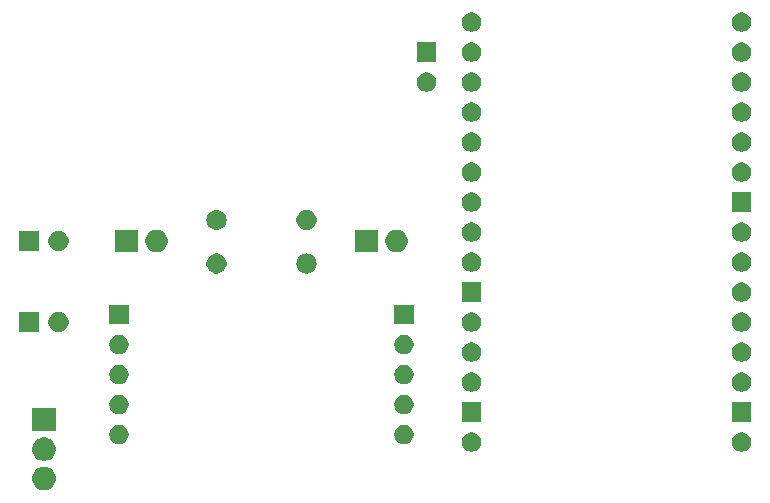
<source format=gts>
G04 #@! TF.GenerationSoftware,KiCad,Pcbnew,5.0.2-bee76a0~70~ubuntu18.04.1*
G04 #@! TF.CreationDate,2019-03-11T12:10:11+07:00*
G04 #@! TF.ProjectId,TestNodeMcu,54657374-4e6f-4646-954d-63752e6b6963,rev?*
G04 #@! TF.SameCoordinates,Original*
G04 #@! TF.FileFunction,Soldermask,Top*
G04 #@! TF.FilePolarity,Negative*
%FSLAX45Y45*%
G04 Gerber Fmt 4.5, Leading zero omitted, Abs format (unit mm)*
G04 Created by KiCad (PCBNEW 5.0.2-bee76a0~70~ubuntu18.04.1) date Thứ hai, 11 Tháng 3 Năm 2019 12:10:11 +07*
%MOMM*%
%LPD*%
G01*
G04 APERTURE LIST*
%ADD10C,0.100000*%
G04 APERTURE END LIST*
D10*
G36*
X11776698Y-12151247D02*
X11794915Y-12158792D01*
X11811310Y-12169747D01*
X11825252Y-12183690D01*
X11836207Y-12200085D01*
X11843753Y-12218302D01*
X11847600Y-12237641D01*
X11847600Y-12257359D01*
X11843753Y-12276698D01*
X11836207Y-12294915D01*
X11825252Y-12311310D01*
X11811310Y-12325252D01*
X11794915Y-12336207D01*
X11776698Y-12343753D01*
X11757359Y-12347600D01*
X11737641Y-12347600D01*
X11718302Y-12343753D01*
X11700085Y-12336207D01*
X11683690Y-12325252D01*
X11669747Y-12311310D01*
X11658792Y-12294915D01*
X11651247Y-12276698D01*
X11647400Y-12257359D01*
X11647400Y-12237641D01*
X11651247Y-12218302D01*
X11658792Y-12200085D01*
X11669747Y-12183690D01*
X11683690Y-12169747D01*
X11700085Y-12158792D01*
X11718302Y-12151247D01*
X11737641Y-12147400D01*
X11757359Y-12147400D01*
X11776698Y-12151247D01*
X11776698Y-12151247D01*
G37*
G36*
X11776698Y-11901247D02*
X11794915Y-11908792D01*
X11811310Y-11919747D01*
X11825252Y-11933690D01*
X11836207Y-11950085D01*
X11843753Y-11968302D01*
X11847600Y-11987641D01*
X11847600Y-12007359D01*
X11843753Y-12026698D01*
X11836207Y-12044915D01*
X11825252Y-12061310D01*
X11811310Y-12075252D01*
X11794915Y-12086207D01*
X11776698Y-12093753D01*
X11757359Y-12097600D01*
X11737641Y-12097600D01*
X11718302Y-12093753D01*
X11700085Y-12086207D01*
X11683690Y-12075252D01*
X11669747Y-12061310D01*
X11658792Y-12044915D01*
X11651247Y-12026698D01*
X11647400Y-12007359D01*
X11647400Y-11987641D01*
X11651247Y-11968302D01*
X11658792Y-11950085D01*
X11669747Y-11933690D01*
X11683690Y-11919747D01*
X11700085Y-11908792D01*
X11718302Y-11901247D01*
X11737641Y-11897400D01*
X11757359Y-11897400D01*
X11776698Y-11901247D01*
X11776698Y-11901247D01*
G37*
G36*
X15390714Y-11859824D02*
X15405510Y-11865953D01*
X15418826Y-11874850D01*
X15430150Y-11886174D01*
X15439047Y-11899490D01*
X15445176Y-11914286D01*
X15448300Y-11929992D01*
X15448300Y-11946007D01*
X15445176Y-11961714D01*
X15442447Y-11968302D01*
X15439047Y-11976510D01*
X15431610Y-11987641D01*
X15430150Y-11989826D01*
X15418826Y-12001150D01*
X15405510Y-12010047D01*
X15390714Y-12016176D01*
X15375007Y-12019300D01*
X15358992Y-12019300D01*
X15343286Y-12016176D01*
X15328490Y-12010047D01*
X15315174Y-12001150D01*
X15303850Y-11989826D01*
X15302390Y-11987641D01*
X15294953Y-11976510D01*
X15291553Y-11968302D01*
X15288824Y-11961714D01*
X15285700Y-11946007D01*
X15285700Y-11929992D01*
X15288824Y-11914286D01*
X15294953Y-11899490D01*
X15303850Y-11886174D01*
X15315174Y-11874850D01*
X15328490Y-11865953D01*
X15343286Y-11859824D01*
X15358992Y-11856700D01*
X15375007Y-11856700D01*
X15390714Y-11859824D01*
X15390714Y-11859824D01*
G37*
G36*
X17676714Y-11859824D02*
X17691510Y-11865953D01*
X17704826Y-11874850D01*
X17716150Y-11886174D01*
X17725047Y-11899490D01*
X17731176Y-11914286D01*
X17734300Y-11929992D01*
X17734300Y-11946007D01*
X17731176Y-11961714D01*
X17728447Y-11968302D01*
X17725047Y-11976510D01*
X17717610Y-11987641D01*
X17716150Y-11989826D01*
X17704826Y-12001150D01*
X17691510Y-12010047D01*
X17676714Y-12016176D01*
X17661008Y-12019300D01*
X17644993Y-12019300D01*
X17629286Y-12016176D01*
X17614490Y-12010047D01*
X17601174Y-12001150D01*
X17589850Y-11989826D01*
X17588390Y-11987641D01*
X17580953Y-11976510D01*
X17577553Y-11968302D01*
X17574824Y-11961714D01*
X17571700Y-11946007D01*
X17571700Y-11929992D01*
X17574824Y-11914286D01*
X17580953Y-11899490D01*
X17589850Y-11886174D01*
X17601174Y-11874850D01*
X17614490Y-11865953D01*
X17629286Y-11859824D01*
X17644993Y-11856700D01*
X17661008Y-11856700D01*
X17676714Y-11859824D01*
X17676714Y-11859824D01*
G37*
G36*
X12406214Y-11796324D02*
X12421010Y-11802453D01*
X12434326Y-11811350D01*
X12445650Y-11822674D01*
X12454547Y-11835990D01*
X12460676Y-11850786D01*
X12463800Y-11866492D01*
X12463800Y-11882507D01*
X12460676Y-11898214D01*
X12454547Y-11913010D01*
X12445650Y-11926326D01*
X12434326Y-11937650D01*
X12421010Y-11946547D01*
X12406214Y-11952676D01*
X12390507Y-11955800D01*
X12374492Y-11955800D01*
X12358786Y-11952676D01*
X12343990Y-11946547D01*
X12330674Y-11937650D01*
X12319350Y-11926326D01*
X12310453Y-11913010D01*
X12304324Y-11898214D01*
X12301200Y-11882507D01*
X12301200Y-11866492D01*
X12304324Y-11850786D01*
X12310453Y-11835990D01*
X12319350Y-11822674D01*
X12330674Y-11811350D01*
X12343990Y-11802453D01*
X12358786Y-11796324D01*
X12374492Y-11793200D01*
X12390507Y-11793200D01*
X12406214Y-11796324D01*
X12406214Y-11796324D01*
G37*
G36*
X14819214Y-11796324D02*
X14834010Y-11802453D01*
X14847326Y-11811350D01*
X14858650Y-11822674D01*
X14867547Y-11835990D01*
X14873676Y-11850786D01*
X14876800Y-11866492D01*
X14876800Y-11882507D01*
X14873676Y-11898214D01*
X14867547Y-11913010D01*
X14858650Y-11926326D01*
X14847326Y-11937650D01*
X14834010Y-11946547D01*
X14819214Y-11952676D01*
X14803507Y-11955800D01*
X14787492Y-11955800D01*
X14771786Y-11952676D01*
X14756990Y-11946547D01*
X14743674Y-11937650D01*
X14732350Y-11926326D01*
X14723453Y-11913010D01*
X14717324Y-11898214D01*
X14714200Y-11882507D01*
X14714200Y-11866492D01*
X14717324Y-11850786D01*
X14723453Y-11835990D01*
X14732350Y-11822674D01*
X14743674Y-11811350D01*
X14756990Y-11802453D01*
X14771786Y-11796324D01*
X14787492Y-11793200D01*
X14803507Y-11793200D01*
X14819214Y-11796324D01*
X14819214Y-11796324D01*
G37*
G36*
X11847600Y-11847600D02*
X11647400Y-11847600D01*
X11647400Y-11647400D01*
X11847600Y-11647400D01*
X11847600Y-11847600D01*
X11847600Y-11847600D01*
G37*
G36*
X17734300Y-11765300D02*
X17571700Y-11765300D01*
X17571700Y-11602700D01*
X17734300Y-11602700D01*
X17734300Y-11765300D01*
X17734300Y-11765300D01*
G37*
G36*
X15448300Y-11765300D02*
X15285700Y-11765300D01*
X15285700Y-11602700D01*
X15448300Y-11602700D01*
X15448300Y-11765300D01*
X15448300Y-11765300D01*
G37*
G36*
X12406214Y-11542324D02*
X12421010Y-11548453D01*
X12434326Y-11557350D01*
X12445650Y-11568674D01*
X12454547Y-11581990D01*
X12460676Y-11596786D01*
X12463800Y-11612492D01*
X12463800Y-11628507D01*
X12460676Y-11644214D01*
X12454547Y-11659010D01*
X12445650Y-11672326D01*
X12434326Y-11683650D01*
X12421010Y-11692547D01*
X12406214Y-11698676D01*
X12390507Y-11701800D01*
X12374492Y-11701800D01*
X12358786Y-11698676D01*
X12343990Y-11692547D01*
X12330674Y-11683650D01*
X12319350Y-11672326D01*
X12310453Y-11659010D01*
X12304324Y-11644214D01*
X12301200Y-11628507D01*
X12301200Y-11612492D01*
X12304324Y-11596786D01*
X12310453Y-11581990D01*
X12319350Y-11568674D01*
X12330674Y-11557350D01*
X12343990Y-11548453D01*
X12358786Y-11542324D01*
X12374492Y-11539200D01*
X12390507Y-11539200D01*
X12406214Y-11542324D01*
X12406214Y-11542324D01*
G37*
G36*
X14819214Y-11542324D02*
X14834010Y-11548453D01*
X14847326Y-11557350D01*
X14858650Y-11568674D01*
X14867547Y-11581990D01*
X14873676Y-11596786D01*
X14876800Y-11612492D01*
X14876800Y-11628507D01*
X14873676Y-11644214D01*
X14867547Y-11659010D01*
X14858650Y-11672326D01*
X14847326Y-11683650D01*
X14834010Y-11692547D01*
X14819214Y-11698676D01*
X14803507Y-11701800D01*
X14787492Y-11701800D01*
X14771786Y-11698676D01*
X14756990Y-11692547D01*
X14743674Y-11683650D01*
X14732350Y-11672326D01*
X14723453Y-11659010D01*
X14717324Y-11644214D01*
X14714200Y-11628507D01*
X14714200Y-11612492D01*
X14717324Y-11596786D01*
X14723453Y-11581990D01*
X14732350Y-11568674D01*
X14743674Y-11557350D01*
X14756990Y-11548453D01*
X14771786Y-11542324D01*
X14787492Y-11539200D01*
X14803507Y-11539200D01*
X14819214Y-11542324D01*
X14819214Y-11542324D01*
G37*
G36*
X17676714Y-11351824D02*
X17691510Y-11357953D01*
X17704826Y-11366850D01*
X17716150Y-11378174D01*
X17725047Y-11391490D01*
X17731176Y-11406286D01*
X17734300Y-11421992D01*
X17734300Y-11438007D01*
X17731176Y-11453714D01*
X17725047Y-11468510D01*
X17716150Y-11481826D01*
X17704826Y-11493150D01*
X17691510Y-11502047D01*
X17676714Y-11508176D01*
X17661008Y-11511300D01*
X17644993Y-11511300D01*
X17629286Y-11508176D01*
X17614490Y-11502047D01*
X17601174Y-11493150D01*
X17589850Y-11481826D01*
X17580953Y-11468510D01*
X17574824Y-11453714D01*
X17571700Y-11438007D01*
X17571700Y-11421992D01*
X17574824Y-11406286D01*
X17580953Y-11391490D01*
X17589850Y-11378174D01*
X17601174Y-11366850D01*
X17614490Y-11357953D01*
X17629286Y-11351824D01*
X17644993Y-11348700D01*
X17661008Y-11348700D01*
X17676714Y-11351824D01*
X17676714Y-11351824D01*
G37*
G36*
X15390714Y-11351824D02*
X15405510Y-11357953D01*
X15418826Y-11366850D01*
X15430150Y-11378174D01*
X15439047Y-11391490D01*
X15445176Y-11406286D01*
X15448300Y-11421992D01*
X15448300Y-11438007D01*
X15445176Y-11453714D01*
X15439047Y-11468510D01*
X15430150Y-11481826D01*
X15418826Y-11493150D01*
X15405510Y-11502047D01*
X15390714Y-11508176D01*
X15375007Y-11511300D01*
X15358992Y-11511300D01*
X15343286Y-11508176D01*
X15328490Y-11502047D01*
X15315174Y-11493150D01*
X15303850Y-11481826D01*
X15294953Y-11468510D01*
X15288824Y-11453714D01*
X15285700Y-11438007D01*
X15285700Y-11421992D01*
X15288824Y-11406286D01*
X15294953Y-11391490D01*
X15303850Y-11378174D01*
X15315174Y-11366850D01*
X15328490Y-11357953D01*
X15343286Y-11351824D01*
X15358992Y-11348700D01*
X15375007Y-11348700D01*
X15390714Y-11351824D01*
X15390714Y-11351824D01*
G37*
G36*
X12406214Y-11288324D02*
X12421010Y-11294453D01*
X12434326Y-11303350D01*
X12445650Y-11314674D01*
X12454547Y-11327990D01*
X12460676Y-11342786D01*
X12463800Y-11358492D01*
X12463800Y-11374507D01*
X12460676Y-11390214D01*
X12454547Y-11405010D01*
X12445650Y-11418326D01*
X12434326Y-11429650D01*
X12421010Y-11438547D01*
X12406214Y-11444676D01*
X12390507Y-11447800D01*
X12374492Y-11447800D01*
X12358786Y-11444676D01*
X12343990Y-11438547D01*
X12330674Y-11429650D01*
X12319350Y-11418326D01*
X12310453Y-11405010D01*
X12304324Y-11390214D01*
X12301200Y-11374507D01*
X12301200Y-11358492D01*
X12304324Y-11342786D01*
X12310453Y-11327990D01*
X12319350Y-11314674D01*
X12330674Y-11303350D01*
X12343990Y-11294453D01*
X12358786Y-11288324D01*
X12374492Y-11285200D01*
X12390507Y-11285200D01*
X12406214Y-11288324D01*
X12406214Y-11288324D01*
G37*
G36*
X14819214Y-11288324D02*
X14834010Y-11294453D01*
X14847326Y-11303350D01*
X14858650Y-11314674D01*
X14867547Y-11327990D01*
X14873676Y-11342786D01*
X14876800Y-11358492D01*
X14876800Y-11374507D01*
X14873676Y-11390214D01*
X14867547Y-11405010D01*
X14858650Y-11418326D01*
X14847326Y-11429650D01*
X14834010Y-11438547D01*
X14819214Y-11444676D01*
X14803507Y-11447800D01*
X14787492Y-11447800D01*
X14771786Y-11444676D01*
X14756990Y-11438547D01*
X14743674Y-11429650D01*
X14732350Y-11418326D01*
X14723453Y-11405010D01*
X14717324Y-11390214D01*
X14714200Y-11374507D01*
X14714200Y-11358492D01*
X14717324Y-11342786D01*
X14723453Y-11327990D01*
X14732350Y-11314674D01*
X14743674Y-11303350D01*
X14756990Y-11294453D01*
X14771786Y-11288324D01*
X14787492Y-11285200D01*
X14803507Y-11285200D01*
X14819214Y-11288324D01*
X14819214Y-11288324D01*
G37*
G36*
X17676714Y-11097824D02*
X17691510Y-11103953D01*
X17704826Y-11112850D01*
X17716150Y-11124174D01*
X17725047Y-11137490D01*
X17731176Y-11152286D01*
X17734300Y-11167993D01*
X17734300Y-11184008D01*
X17731176Y-11199714D01*
X17725047Y-11214510D01*
X17716150Y-11227826D01*
X17704826Y-11239150D01*
X17691510Y-11248047D01*
X17676714Y-11254176D01*
X17661008Y-11257300D01*
X17644993Y-11257300D01*
X17629286Y-11254176D01*
X17614490Y-11248047D01*
X17601174Y-11239150D01*
X17589850Y-11227826D01*
X17580953Y-11214510D01*
X17574824Y-11199714D01*
X17571700Y-11184008D01*
X17571700Y-11167993D01*
X17574824Y-11152286D01*
X17580953Y-11137490D01*
X17589850Y-11124174D01*
X17601174Y-11112850D01*
X17614490Y-11103953D01*
X17629286Y-11097824D01*
X17644993Y-11094700D01*
X17661008Y-11094700D01*
X17676714Y-11097824D01*
X17676714Y-11097824D01*
G37*
G36*
X15390714Y-11097824D02*
X15405510Y-11103953D01*
X15418826Y-11112850D01*
X15430150Y-11124174D01*
X15439047Y-11137490D01*
X15445176Y-11152286D01*
X15448300Y-11167993D01*
X15448300Y-11184008D01*
X15445176Y-11199714D01*
X15439047Y-11214510D01*
X15430150Y-11227826D01*
X15418826Y-11239150D01*
X15405510Y-11248047D01*
X15390714Y-11254176D01*
X15375007Y-11257300D01*
X15358992Y-11257300D01*
X15343286Y-11254176D01*
X15328490Y-11248047D01*
X15315174Y-11239150D01*
X15303850Y-11227826D01*
X15294953Y-11214510D01*
X15288824Y-11199714D01*
X15285700Y-11184008D01*
X15285700Y-11167993D01*
X15288824Y-11152286D01*
X15294953Y-11137490D01*
X15303850Y-11124174D01*
X15315174Y-11112850D01*
X15328490Y-11103953D01*
X15343286Y-11097824D01*
X15358992Y-11094700D01*
X15375007Y-11094700D01*
X15390714Y-11097824D01*
X15390714Y-11097824D01*
G37*
G36*
X14819214Y-11034324D02*
X14834010Y-11040453D01*
X14847326Y-11049350D01*
X14858650Y-11060674D01*
X14867547Y-11073990D01*
X14873676Y-11088786D01*
X14876800Y-11104493D01*
X14876800Y-11120508D01*
X14873676Y-11136214D01*
X14867547Y-11151010D01*
X14858650Y-11164326D01*
X14847326Y-11175650D01*
X14834010Y-11184547D01*
X14819214Y-11190676D01*
X14803507Y-11193800D01*
X14787492Y-11193800D01*
X14771786Y-11190676D01*
X14756990Y-11184547D01*
X14743674Y-11175650D01*
X14732350Y-11164326D01*
X14723453Y-11151010D01*
X14717324Y-11136214D01*
X14714200Y-11120508D01*
X14714200Y-11104493D01*
X14717324Y-11088786D01*
X14723453Y-11073990D01*
X14732350Y-11060674D01*
X14743674Y-11049350D01*
X14756990Y-11040453D01*
X14771786Y-11034324D01*
X14787492Y-11031200D01*
X14803507Y-11031200D01*
X14819214Y-11034324D01*
X14819214Y-11034324D01*
G37*
G36*
X12406214Y-11034324D02*
X12421010Y-11040453D01*
X12434326Y-11049350D01*
X12445650Y-11060674D01*
X12454547Y-11073990D01*
X12460676Y-11088786D01*
X12463800Y-11104493D01*
X12463800Y-11120508D01*
X12460676Y-11136214D01*
X12454547Y-11151010D01*
X12445650Y-11164326D01*
X12434326Y-11175650D01*
X12421010Y-11184547D01*
X12406214Y-11190676D01*
X12390507Y-11193800D01*
X12374492Y-11193800D01*
X12358786Y-11190676D01*
X12343990Y-11184547D01*
X12330674Y-11175650D01*
X12319350Y-11164326D01*
X12310453Y-11151010D01*
X12304324Y-11136214D01*
X12301200Y-11120508D01*
X12301200Y-11104493D01*
X12304324Y-11088786D01*
X12310453Y-11073990D01*
X12319350Y-11060674D01*
X12330674Y-11049350D01*
X12343990Y-11040453D01*
X12358786Y-11034324D01*
X12374492Y-11031200D01*
X12390507Y-11031200D01*
X12406214Y-11034324D01*
X12406214Y-11034324D01*
G37*
G36*
X11705600Y-11007100D02*
X11535400Y-11007100D01*
X11535400Y-10836900D01*
X11705600Y-10836900D01*
X11705600Y-11007100D01*
X11705600Y-11007100D01*
G37*
G36*
X11895323Y-10840170D02*
X11910810Y-10846585D01*
X11924748Y-10855899D01*
X11936601Y-10867752D01*
X11945915Y-10881690D01*
X11952330Y-10897177D01*
X11955600Y-10913618D01*
X11955600Y-10930382D01*
X11952330Y-10946823D01*
X11945915Y-10962310D01*
X11936601Y-10976248D01*
X11924748Y-10988102D01*
X11910810Y-10997415D01*
X11895323Y-11003830D01*
X11878882Y-11007100D01*
X11862118Y-11007100D01*
X11845677Y-11003830D01*
X11830190Y-10997415D01*
X11816252Y-10988102D01*
X11804398Y-10976248D01*
X11795085Y-10962310D01*
X11788670Y-10946823D01*
X11785400Y-10930382D01*
X11785400Y-10913618D01*
X11788670Y-10897177D01*
X11795085Y-10881690D01*
X11804398Y-10867752D01*
X11816252Y-10855899D01*
X11830190Y-10846585D01*
X11845677Y-10840170D01*
X11862118Y-10836900D01*
X11878882Y-10836900D01*
X11895323Y-10840170D01*
X11895323Y-10840170D01*
G37*
G36*
X17676714Y-10843824D02*
X17691510Y-10849953D01*
X17704826Y-10858850D01*
X17716150Y-10870174D01*
X17725047Y-10883490D01*
X17731176Y-10898286D01*
X17734300Y-10913993D01*
X17734300Y-10930008D01*
X17731176Y-10945714D01*
X17725047Y-10960510D01*
X17716150Y-10973826D01*
X17704826Y-10985150D01*
X17691510Y-10994047D01*
X17676714Y-11000176D01*
X17661008Y-11003300D01*
X17644993Y-11003300D01*
X17629286Y-11000176D01*
X17614490Y-10994047D01*
X17601174Y-10985150D01*
X17589850Y-10973826D01*
X17580953Y-10960510D01*
X17574824Y-10945714D01*
X17571700Y-10930008D01*
X17571700Y-10913993D01*
X17574824Y-10898286D01*
X17580953Y-10883490D01*
X17589850Y-10870174D01*
X17601174Y-10858850D01*
X17614490Y-10849953D01*
X17629286Y-10843824D01*
X17644993Y-10840700D01*
X17661008Y-10840700D01*
X17676714Y-10843824D01*
X17676714Y-10843824D01*
G37*
G36*
X15390714Y-10843824D02*
X15405510Y-10849953D01*
X15418826Y-10858850D01*
X15430150Y-10870174D01*
X15439047Y-10883490D01*
X15445176Y-10898286D01*
X15448300Y-10913993D01*
X15448300Y-10930008D01*
X15445176Y-10945714D01*
X15439047Y-10960510D01*
X15430150Y-10973826D01*
X15418826Y-10985150D01*
X15405510Y-10994047D01*
X15390714Y-11000176D01*
X15375007Y-11003300D01*
X15358992Y-11003300D01*
X15343286Y-11000176D01*
X15328490Y-10994047D01*
X15315174Y-10985150D01*
X15303850Y-10973826D01*
X15294953Y-10960510D01*
X15288824Y-10945714D01*
X15285700Y-10930008D01*
X15285700Y-10913993D01*
X15288824Y-10898286D01*
X15294953Y-10883490D01*
X15303850Y-10870174D01*
X15315174Y-10858850D01*
X15328490Y-10849953D01*
X15343286Y-10843824D01*
X15358992Y-10840700D01*
X15375007Y-10840700D01*
X15390714Y-10843824D01*
X15390714Y-10843824D01*
G37*
G36*
X14876800Y-10939800D02*
X14714200Y-10939800D01*
X14714200Y-10777200D01*
X14876800Y-10777200D01*
X14876800Y-10939800D01*
X14876800Y-10939800D01*
G37*
G36*
X12463800Y-10939800D02*
X12301200Y-10939800D01*
X12301200Y-10777200D01*
X12463800Y-10777200D01*
X12463800Y-10939800D01*
X12463800Y-10939800D01*
G37*
G36*
X17676714Y-10589824D02*
X17691510Y-10595953D01*
X17704826Y-10604850D01*
X17716150Y-10616174D01*
X17725047Y-10629490D01*
X17731176Y-10644286D01*
X17734300Y-10659993D01*
X17734300Y-10676008D01*
X17731176Y-10691714D01*
X17725047Y-10706510D01*
X17716150Y-10719826D01*
X17704826Y-10731150D01*
X17691510Y-10740047D01*
X17676714Y-10746176D01*
X17661008Y-10749300D01*
X17644993Y-10749300D01*
X17629286Y-10746176D01*
X17614490Y-10740047D01*
X17601174Y-10731150D01*
X17589850Y-10719826D01*
X17580953Y-10706510D01*
X17574824Y-10691714D01*
X17571700Y-10676008D01*
X17571700Y-10659993D01*
X17574824Y-10644286D01*
X17580953Y-10629490D01*
X17589850Y-10616174D01*
X17601174Y-10604850D01*
X17614490Y-10595953D01*
X17629286Y-10589824D01*
X17644993Y-10586700D01*
X17661008Y-10586700D01*
X17676714Y-10589824D01*
X17676714Y-10589824D01*
G37*
G36*
X15448300Y-10749300D02*
X15285700Y-10749300D01*
X15285700Y-10586700D01*
X15448300Y-10586700D01*
X15448300Y-10749300D01*
X15448300Y-10749300D01*
G37*
G36*
X13232823Y-10344870D02*
X13248310Y-10351285D01*
X13262248Y-10360599D01*
X13274101Y-10372452D01*
X13283415Y-10386390D01*
X13289830Y-10401877D01*
X13293100Y-10418318D01*
X13293100Y-10435082D01*
X13289830Y-10451523D01*
X13283415Y-10467010D01*
X13274101Y-10480948D01*
X13262248Y-10492802D01*
X13248310Y-10502115D01*
X13232823Y-10508530D01*
X13216382Y-10511800D01*
X13199618Y-10511800D01*
X13183177Y-10508530D01*
X13167690Y-10502115D01*
X13153752Y-10492802D01*
X13141898Y-10480948D01*
X13132585Y-10467010D01*
X13126170Y-10451523D01*
X13122900Y-10435082D01*
X13122900Y-10418318D01*
X13126170Y-10401877D01*
X13132585Y-10386390D01*
X13141898Y-10372452D01*
X13153752Y-10360599D01*
X13167690Y-10351285D01*
X13183177Y-10344870D01*
X13199618Y-10341600D01*
X13216382Y-10341600D01*
X13232823Y-10344870D01*
X13232823Y-10344870D01*
G37*
G36*
X13986682Y-10342831D02*
X13986682Y-10342831D01*
X13986682Y-10342831D01*
X14002724Y-10347698D01*
X14002724Y-10347698D01*
X14002724Y-10347698D01*
X14017508Y-10355600D01*
X14030466Y-10366234D01*
X14041100Y-10379192D01*
X14049002Y-10393976D01*
X14049002Y-10393976D01*
X14049002Y-10393976D01*
X14053869Y-10410018D01*
X14053869Y-10410018D01*
X14055512Y-10426700D01*
X14053869Y-10443382D01*
X14053869Y-10443382D01*
X14053869Y-10443383D01*
X14051399Y-10451523D01*
X14049002Y-10459424D01*
X14041100Y-10474208D01*
X14030466Y-10487166D01*
X14017508Y-10497801D01*
X14002724Y-10505702D01*
X14002724Y-10505702D01*
X14002724Y-10505703D01*
X13986682Y-10510569D01*
X13986682Y-10510569D01*
X13986682Y-10510569D01*
X13974180Y-10511800D01*
X13965820Y-10511800D01*
X13953318Y-10510569D01*
X13953318Y-10510569D01*
X13953317Y-10510569D01*
X13937276Y-10505703D01*
X13937276Y-10505702D01*
X13937276Y-10505702D01*
X13922492Y-10497801D01*
X13909534Y-10487166D01*
X13898899Y-10474208D01*
X13890998Y-10459424D01*
X13888601Y-10451523D01*
X13886131Y-10443383D01*
X13886131Y-10443382D01*
X13886131Y-10443382D01*
X13884488Y-10426700D01*
X13886131Y-10410018D01*
X13886131Y-10410018D01*
X13890997Y-10393976D01*
X13890998Y-10393976D01*
X13890998Y-10393976D01*
X13898899Y-10379192D01*
X13909534Y-10366234D01*
X13922492Y-10355600D01*
X13937276Y-10347698D01*
X13937276Y-10347698D01*
X13937276Y-10347698D01*
X13953317Y-10342831D01*
X13953318Y-10342831D01*
X13953318Y-10342831D01*
X13965820Y-10341600D01*
X13974180Y-10341600D01*
X13986682Y-10342831D01*
X13986682Y-10342831D01*
G37*
G36*
X17676714Y-10335824D02*
X17691510Y-10341953D01*
X17692825Y-10342831D01*
X17704826Y-10350850D01*
X17716150Y-10362174D01*
X17720568Y-10368787D01*
X17725047Y-10375490D01*
X17731176Y-10390286D01*
X17734300Y-10405993D01*
X17734300Y-10422008D01*
X17731176Y-10437714D01*
X17725047Y-10452510D01*
X17716150Y-10465826D01*
X17704826Y-10477150D01*
X17691510Y-10486047D01*
X17676714Y-10492176D01*
X17661008Y-10495300D01*
X17644993Y-10495300D01*
X17629286Y-10492176D01*
X17614490Y-10486047D01*
X17601174Y-10477150D01*
X17589850Y-10465826D01*
X17580953Y-10452510D01*
X17574824Y-10437714D01*
X17571700Y-10422008D01*
X17571700Y-10405993D01*
X17574824Y-10390286D01*
X17580953Y-10375490D01*
X17585432Y-10368787D01*
X17589850Y-10362174D01*
X17601174Y-10350850D01*
X17613175Y-10342831D01*
X17614490Y-10341953D01*
X17629286Y-10335824D01*
X17644993Y-10332700D01*
X17661008Y-10332700D01*
X17676714Y-10335824D01*
X17676714Y-10335824D01*
G37*
G36*
X15390714Y-10335824D02*
X15405510Y-10341953D01*
X15406825Y-10342831D01*
X15418826Y-10350850D01*
X15430150Y-10362174D01*
X15434568Y-10368787D01*
X15439047Y-10375490D01*
X15445176Y-10390286D01*
X15448300Y-10405993D01*
X15448300Y-10422008D01*
X15445176Y-10437714D01*
X15439047Y-10452510D01*
X15430150Y-10465826D01*
X15418826Y-10477150D01*
X15405510Y-10486047D01*
X15390714Y-10492176D01*
X15375007Y-10495300D01*
X15358992Y-10495300D01*
X15343286Y-10492176D01*
X15328490Y-10486047D01*
X15315174Y-10477150D01*
X15303850Y-10465826D01*
X15294953Y-10452510D01*
X15288824Y-10437714D01*
X15285700Y-10422008D01*
X15285700Y-10405993D01*
X15288824Y-10390286D01*
X15294953Y-10375490D01*
X15299432Y-10368787D01*
X15303850Y-10362174D01*
X15315174Y-10350850D01*
X15327175Y-10342831D01*
X15328490Y-10341953D01*
X15343286Y-10335824D01*
X15358992Y-10332700D01*
X15375007Y-10332700D01*
X15390714Y-10335824D01*
X15390714Y-10335824D01*
G37*
G36*
X12541100Y-10331300D02*
X12350900Y-10331300D01*
X12350900Y-10141100D01*
X12541100Y-10141100D01*
X12541100Y-10331300D01*
X12541100Y-10331300D01*
G37*
G36*
X12727740Y-10144755D02*
X12745047Y-10151923D01*
X12760623Y-10162331D01*
X12773869Y-10175577D01*
X12784277Y-10191153D01*
X12791445Y-10208460D01*
X12795100Y-10226833D01*
X12795100Y-10245567D01*
X12791445Y-10263940D01*
X12784277Y-10281247D01*
X12773869Y-10296823D01*
X12760623Y-10310069D01*
X12745047Y-10320477D01*
X12727740Y-10327645D01*
X12709367Y-10331300D01*
X12690633Y-10331300D01*
X12672260Y-10327645D01*
X12654953Y-10320477D01*
X12639377Y-10310069D01*
X12626131Y-10296823D01*
X12615723Y-10281247D01*
X12608555Y-10263940D01*
X12604900Y-10245567D01*
X12604900Y-10226833D01*
X12608555Y-10208460D01*
X12615723Y-10191153D01*
X12626131Y-10175577D01*
X12639377Y-10162331D01*
X12654953Y-10151923D01*
X12672260Y-10144755D01*
X12690633Y-10141100D01*
X12709367Y-10141100D01*
X12727740Y-10144755D01*
X12727740Y-10144755D01*
G37*
G36*
X14573100Y-10331300D02*
X14382900Y-10331300D01*
X14382900Y-10141100D01*
X14573100Y-10141100D01*
X14573100Y-10331300D01*
X14573100Y-10331300D01*
G37*
G36*
X14759740Y-10144755D02*
X14777047Y-10151923D01*
X14792623Y-10162331D01*
X14805869Y-10175577D01*
X14816277Y-10191153D01*
X14823445Y-10208460D01*
X14827100Y-10226833D01*
X14827100Y-10245567D01*
X14823445Y-10263940D01*
X14816277Y-10281247D01*
X14805869Y-10296823D01*
X14792623Y-10310069D01*
X14777047Y-10320477D01*
X14759740Y-10327645D01*
X14741367Y-10331300D01*
X14722633Y-10331300D01*
X14704260Y-10327645D01*
X14686953Y-10320477D01*
X14671377Y-10310069D01*
X14658131Y-10296823D01*
X14647723Y-10281247D01*
X14640555Y-10263940D01*
X14636900Y-10245567D01*
X14636900Y-10226833D01*
X14640555Y-10208460D01*
X14647723Y-10191153D01*
X14658131Y-10175577D01*
X14671377Y-10162331D01*
X14686953Y-10151923D01*
X14704260Y-10144755D01*
X14722633Y-10141100D01*
X14741367Y-10141100D01*
X14759740Y-10144755D01*
X14759740Y-10144755D01*
G37*
G36*
X11895323Y-10154370D02*
X11910810Y-10160785D01*
X11924748Y-10170099D01*
X11936601Y-10181952D01*
X11945915Y-10195890D01*
X11952330Y-10211377D01*
X11955600Y-10227818D01*
X11955600Y-10244582D01*
X11952330Y-10261023D01*
X11945915Y-10276510D01*
X11936601Y-10290448D01*
X11924748Y-10302302D01*
X11910810Y-10311615D01*
X11895323Y-10318030D01*
X11878882Y-10321300D01*
X11862118Y-10321300D01*
X11845677Y-10318030D01*
X11830190Y-10311615D01*
X11816252Y-10302302D01*
X11804398Y-10290448D01*
X11795085Y-10276510D01*
X11788670Y-10261023D01*
X11785400Y-10244582D01*
X11785400Y-10227818D01*
X11788670Y-10211377D01*
X11795085Y-10195890D01*
X11804398Y-10181952D01*
X11816252Y-10170099D01*
X11830190Y-10160785D01*
X11845677Y-10154370D01*
X11862118Y-10151100D01*
X11878882Y-10151100D01*
X11895323Y-10154370D01*
X11895323Y-10154370D01*
G37*
G36*
X11705600Y-10321300D02*
X11535400Y-10321300D01*
X11535400Y-10151100D01*
X11705600Y-10151100D01*
X11705600Y-10321300D01*
X11705600Y-10321300D01*
G37*
G36*
X17676714Y-10081824D02*
X17691510Y-10087953D01*
X17704826Y-10096850D01*
X17716150Y-10108174D01*
X17725047Y-10121490D01*
X17731176Y-10136286D01*
X17734300Y-10151993D01*
X17734300Y-10168008D01*
X17731176Y-10183714D01*
X17728094Y-10191153D01*
X17725047Y-10198510D01*
X17716450Y-10211377D01*
X17716150Y-10211826D01*
X17704826Y-10223150D01*
X17691510Y-10232047D01*
X17676714Y-10238176D01*
X17661008Y-10241300D01*
X17644993Y-10241300D01*
X17629286Y-10238176D01*
X17614490Y-10232047D01*
X17601174Y-10223150D01*
X17589850Y-10211826D01*
X17589551Y-10211377D01*
X17580953Y-10198510D01*
X17577906Y-10191153D01*
X17574824Y-10183714D01*
X17571700Y-10168008D01*
X17571700Y-10151993D01*
X17574824Y-10136286D01*
X17580953Y-10121490D01*
X17589850Y-10108174D01*
X17601174Y-10096850D01*
X17614490Y-10087953D01*
X17629286Y-10081824D01*
X17644993Y-10078700D01*
X17661008Y-10078700D01*
X17676714Y-10081824D01*
X17676714Y-10081824D01*
G37*
G36*
X15390714Y-10081824D02*
X15405510Y-10087953D01*
X15418826Y-10096850D01*
X15430150Y-10108174D01*
X15439047Y-10121490D01*
X15445176Y-10136286D01*
X15448300Y-10151993D01*
X15448300Y-10168008D01*
X15445176Y-10183714D01*
X15442094Y-10191153D01*
X15439047Y-10198510D01*
X15430450Y-10211377D01*
X15430150Y-10211826D01*
X15418826Y-10223150D01*
X15405510Y-10232047D01*
X15390714Y-10238176D01*
X15375007Y-10241300D01*
X15358992Y-10241300D01*
X15343286Y-10238176D01*
X15328490Y-10232047D01*
X15315174Y-10223150D01*
X15303850Y-10211826D01*
X15303550Y-10211377D01*
X15294953Y-10198510D01*
X15291906Y-10191153D01*
X15288824Y-10183714D01*
X15285700Y-10168008D01*
X15285700Y-10151993D01*
X15288824Y-10136286D01*
X15294953Y-10121490D01*
X15303850Y-10108174D01*
X15315174Y-10096850D01*
X15328490Y-10087953D01*
X15343286Y-10081824D01*
X15358992Y-10078700D01*
X15375007Y-10078700D01*
X15390714Y-10081824D01*
X15390714Y-10081824D01*
G37*
G36*
X13224682Y-9974531D02*
X13224682Y-9974531D01*
X13224682Y-9974531D01*
X13240724Y-9979398D01*
X13240724Y-9979398D01*
X13240724Y-9979398D01*
X13255508Y-9987300D01*
X13268466Y-9997934D01*
X13279100Y-10010892D01*
X13287002Y-10025676D01*
X13287002Y-10025676D01*
X13287002Y-10025676D01*
X13291869Y-10041718D01*
X13291869Y-10041718D01*
X13293512Y-10058400D01*
X13291869Y-10075082D01*
X13291869Y-10075082D01*
X13291869Y-10075083D01*
X13287964Y-10087953D01*
X13287002Y-10091124D01*
X13279100Y-10105908D01*
X13268466Y-10118866D01*
X13255508Y-10129501D01*
X13240724Y-10137402D01*
X13240724Y-10137402D01*
X13240724Y-10137403D01*
X13224682Y-10142269D01*
X13224682Y-10142269D01*
X13224682Y-10142269D01*
X13212180Y-10143500D01*
X13203820Y-10143500D01*
X13191318Y-10142269D01*
X13191318Y-10142269D01*
X13191317Y-10142269D01*
X13175276Y-10137403D01*
X13175276Y-10137402D01*
X13175276Y-10137402D01*
X13160492Y-10129501D01*
X13147534Y-10118866D01*
X13136899Y-10105908D01*
X13128998Y-10091124D01*
X13128036Y-10087953D01*
X13124131Y-10075083D01*
X13124131Y-10075082D01*
X13124131Y-10075082D01*
X13122488Y-10058400D01*
X13124131Y-10041718D01*
X13124131Y-10041718D01*
X13128997Y-10025676D01*
X13128998Y-10025676D01*
X13128998Y-10025676D01*
X13136899Y-10010892D01*
X13147534Y-9997934D01*
X13160492Y-9987300D01*
X13175276Y-9979398D01*
X13175276Y-9979398D01*
X13175276Y-9979398D01*
X13191317Y-9974531D01*
X13191318Y-9974531D01*
X13191318Y-9974531D01*
X13203820Y-9973300D01*
X13212180Y-9973300D01*
X13224682Y-9974531D01*
X13224682Y-9974531D01*
G37*
G36*
X13994823Y-9976570D02*
X14010310Y-9982985D01*
X14024248Y-9992299D01*
X14036101Y-10004152D01*
X14045415Y-10018090D01*
X14051830Y-10033577D01*
X14055100Y-10050018D01*
X14055100Y-10066782D01*
X14051830Y-10083223D01*
X14045415Y-10098710D01*
X14036101Y-10112648D01*
X14024248Y-10124502D01*
X14010310Y-10133815D01*
X13994823Y-10140230D01*
X13978382Y-10143500D01*
X13961618Y-10143500D01*
X13945177Y-10140230D01*
X13929690Y-10133815D01*
X13915752Y-10124502D01*
X13903898Y-10112648D01*
X13894585Y-10098710D01*
X13888170Y-10083223D01*
X13884900Y-10066782D01*
X13884900Y-10050018D01*
X13888170Y-10033577D01*
X13894585Y-10018090D01*
X13903898Y-10004152D01*
X13915752Y-9992299D01*
X13929690Y-9982985D01*
X13945177Y-9976570D01*
X13961618Y-9973300D01*
X13978382Y-9973300D01*
X13994823Y-9976570D01*
X13994823Y-9976570D01*
G37*
G36*
X15390714Y-9827824D02*
X15405510Y-9833953D01*
X15418826Y-9842850D01*
X15430150Y-9854174D01*
X15439047Y-9867490D01*
X15445176Y-9882286D01*
X15448300Y-9897993D01*
X15448300Y-9914008D01*
X15445176Y-9929714D01*
X15439047Y-9944510D01*
X15430150Y-9957826D01*
X15418826Y-9969150D01*
X15405510Y-9978047D01*
X15390714Y-9984176D01*
X15375007Y-9987300D01*
X15358992Y-9987300D01*
X15343286Y-9984176D01*
X15328490Y-9978047D01*
X15315174Y-9969150D01*
X15303850Y-9957826D01*
X15294953Y-9944510D01*
X15288824Y-9929714D01*
X15285700Y-9914008D01*
X15285700Y-9897993D01*
X15288824Y-9882286D01*
X15294953Y-9867490D01*
X15303850Y-9854174D01*
X15315174Y-9842850D01*
X15328490Y-9833953D01*
X15343286Y-9827824D01*
X15358992Y-9824700D01*
X15375007Y-9824700D01*
X15390714Y-9827824D01*
X15390714Y-9827824D01*
G37*
G36*
X17734300Y-9987300D02*
X17571700Y-9987300D01*
X17571700Y-9824700D01*
X17734300Y-9824700D01*
X17734300Y-9987300D01*
X17734300Y-9987300D01*
G37*
G36*
X15390714Y-9573824D02*
X15405510Y-9579953D01*
X15418826Y-9588850D01*
X15430150Y-9600174D01*
X15439047Y-9613490D01*
X15445176Y-9628286D01*
X15448300Y-9643993D01*
X15448300Y-9660008D01*
X15445176Y-9675714D01*
X15439047Y-9690510D01*
X15430150Y-9703826D01*
X15418826Y-9715150D01*
X15405510Y-9724047D01*
X15390714Y-9730176D01*
X15375007Y-9733300D01*
X15358992Y-9733300D01*
X15343286Y-9730176D01*
X15328490Y-9724047D01*
X15315174Y-9715150D01*
X15303850Y-9703826D01*
X15294953Y-9690510D01*
X15288824Y-9675714D01*
X15285700Y-9660008D01*
X15285700Y-9643993D01*
X15288824Y-9628286D01*
X15294953Y-9613490D01*
X15303850Y-9600174D01*
X15315174Y-9588850D01*
X15328490Y-9579953D01*
X15343286Y-9573824D01*
X15358992Y-9570700D01*
X15375007Y-9570700D01*
X15390714Y-9573824D01*
X15390714Y-9573824D01*
G37*
G36*
X17676714Y-9573824D02*
X17691510Y-9579953D01*
X17704826Y-9588850D01*
X17716150Y-9600174D01*
X17725047Y-9613490D01*
X17731176Y-9628286D01*
X17734300Y-9643993D01*
X17734300Y-9660008D01*
X17731176Y-9675714D01*
X17725047Y-9690510D01*
X17716150Y-9703826D01*
X17704826Y-9715150D01*
X17691510Y-9724047D01*
X17676714Y-9730176D01*
X17661008Y-9733300D01*
X17644993Y-9733300D01*
X17629286Y-9730176D01*
X17614490Y-9724047D01*
X17601174Y-9715150D01*
X17589850Y-9703826D01*
X17580953Y-9690510D01*
X17574824Y-9675714D01*
X17571700Y-9660008D01*
X17571700Y-9643993D01*
X17574824Y-9628286D01*
X17580953Y-9613490D01*
X17589850Y-9600174D01*
X17601174Y-9588850D01*
X17614490Y-9579953D01*
X17629286Y-9573824D01*
X17644993Y-9570700D01*
X17661008Y-9570700D01*
X17676714Y-9573824D01*
X17676714Y-9573824D01*
G37*
G36*
X17676714Y-9319824D02*
X17691510Y-9325953D01*
X17704826Y-9334850D01*
X17716150Y-9346174D01*
X17725047Y-9359490D01*
X17731176Y-9374286D01*
X17734300Y-9389993D01*
X17734300Y-9406008D01*
X17731176Y-9421714D01*
X17725047Y-9436510D01*
X17716150Y-9449826D01*
X17704826Y-9461150D01*
X17691510Y-9470047D01*
X17676714Y-9476176D01*
X17661008Y-9479300D01*
X17644993Y-9479300D01*
X17629286Y-9476176D01*
X17614490Y-9470047D01*
X17601174Y-9461150D01*
X17589850Y-9449826D01*
X17580953Y-9436510D01*
X17574824Y-9421714D01*
X17571700Y-9406008D01*
X17571700Y-9389993D01*
X17574824Y-9374286D01*
X17580953Y-9359490D01*
X17589850Y-9346174D01*
X17601174Y-9334850D01*
X17614490Y-9325953D01*
X17629286Y-9319824D01*
X17644993Y-9316700D01*
X17661008Y-9316700D01*
X17676714Y-9319824D01*
X17676714Y-9319824D01*
G37*
G36*
X15390714Y-9319824D02*
X15405510Y-9325953D01*
X15418826Y-9334850D01*
X15430150Y-9346174D01*
X15439047Y-9359490D01*
X15445176Y-9374286D01*
X15448300Y-9389993D01*
X15448300Y-9406008D01*
X15445176Y-9421714D01*
X15439047Y-9436510D01*
X15430150Y-9449826D01*
X15418826Y-9461150D01*
X15405510Y-9470047D01*
X15390714Y-9476176D01*
X15375007Y-9479300D01*
X15358992Y-9479300D01*
X15343286Y-9476176D01*
X15328490Y-9470047D01*
X15315174Y-9461150D01*
X15303850Y-9449826D01*
X15294953Y-9436510D01*
X15288824Y-9421714D01*
X15285700Y-9406008D01*
X15285700Y-9389993D01*
X15288824Y-9374286D01*
X15294953Y-9359490D01*
X15303850Y-9346174D01*
X15315174Y-9334850D01*
X15328490Y-9325953D01*
X15343286Y-9319824D01*
X15358992Y-9316700D01*
X15375007Y-9316700D01*
X15390714Y-9319824D01*
X15390714Y-9319824D01*
G37*
G36*
X17676714Y-9065824D02*
X17691510Y-9071953D01*
X17704826Y-9080850D01*
X17716150Y-9092174D01*
X17725047Y-9105490D01*
X17731176Y-9120286D01*
X17734300Y-9135993D01*
X17734300Y-9152008D01*
X17731176Y-9167714D01*
X17725047Y-9182510D01*
X17716150Y-9195826D01*
X17704826Y-9207150D01*
X17691510Y-9216047D01*
X17676714Y-9222176D01*
X17661008Y-9225300D01*
X17644993Y-9225300D01*
X17629286Y-9222176D01*
X17614490Y-9216047D01*
X17601174Y-9207150D01*
X17589850Y-9195826D01*
X17580953Y-9182510D01*
X17574824Y-9167714D01*
X17571700Y-9152008D01*
X17571700Y-9135993D01*
X17574824Y-9120286D01*
X17580953Y-9105490D01*
X17589850Y-9092174D01*
X17601174Y-9080850D01*
X17614490Y-9071953D01*
X17629286Y-9065824D01*
X17644993Y-9062700D01*
X17661008Y-9062700D01*
X17676714Y-9065824D01*
X17676714Y-9065824D01*
G37*
G36*
X15390714Y-9065824D02*
X15405510Y-9071953D01*
X15418826Y-9080850D01*
X15430150Y-9092174D01*
X15439047Y-9105490D01*
X15445176Y-9120286D01*
X15448300Y-9135993D01*
X15448300Y-9152008D01*
X15445176Y-9167714D01*
X15439047Y-9182510D01*
X15430150Y-9195826D01*
X15418826Y-9207150D01*
X15405510Y-9216047D01*
X15390714Y-9222176D01*
X15375007Y-9225300D01*
X15358992Y-9225300D01*
X15343286Y-9222176D01*
X15328490Y-9216047D01*
X15315174Y-9207150D01*
X15303850Y-9195826D01*
X15294953Y-9182510D01*
X15288824Y-9167714D01*
X15285700Y-9152008D01*
X15285700Y-9135993D01*
X15288824Y-9120286D01*
X15294953Y-9105490D01*
X15303850Y-9092174D01*
X15315174Y-9080850D01*
X15328490Y-9071953D01*
X15343286Y-9065824D01*
X15358992Y-9062700D01*
X15375007Y-9062700D01*
X15390714Y-9065824D01*
X15390714Y-9065824D01*
G37*
G36*
X17676714Y-8811824D02*
X17691510Y-8817953D01*
X17704826Y-8826850D01*
X17716150Y-8838174D01*
X17725047Y-8851490D01*
X17731176Y-8866286D01*
X17734300Y-8881993D01*
X17734300Y-8898008D01*
X17731176Y-8913714D01*
X17725047Y-8928510D01*
X17716150Y-8941826D01*
X17704826Y-8953150D01*
X17691510Y-8962047D01*
X17676714Y-8968176D01*
X17661008Y-8971300D01*
X17644993Y-8971300D01*
X17629286Y-8968176D01*
X17614490Y-8962047D01*
X17601174Y-8953150D01*
X17589850Y-8941826D01*
X17580953Y-8928510D01*
X17574824Y-8913714D01*
X17571700Y-8898008D01*
X17571700Y-8881993D01*
X17574824Y-8866286D01*
X17580953Y-8851490D01*
X17589850Y-8838174D01*
X17601174Y-8826850D01*
X17614490Y-8817953D01*
X17629286Y-8811824D01*
X17644993Y-8808700D01*
X17661008Y-8808700D01*
X17676714Y-8811824D01*
X17676714Y-8811824D01*
G37*
G36*
X15390714Y-8811824D02*
X15405510Y-8817953D01*
X15418826Y-8826850D01*
X15430150Y-8838174D01*
X15439047Y-8851490D01*
X15445176Y-8866286D01*
X15448300Y-8881993D01*
X15448300Y-8898008D01*
X15445176Y-8913714D01*
X15439047Y-8928510D01*
X15430150Y-8941826D01*
X15418826Y-8953150D01*
X15405510Y-8962047D01*
X15390714Y-8968176D01*
X15375007Y-8971300D01*
X15358992Y-8971300D01*
X15343286Y-8968176D01*
X15328490Y-8962047D01*
X15315174Y-8953150D01*
X15303850Y-8941826D01*
X15294953Y-8928510D01*
X15288824Y-8913714D01*
X15285700Y-8898008D01*
X15285700Y-8881993D01*
X15288824Y-8866286D01*
X15294953Y-8851490D01*
X15303850Y-8838174D01*
X15315174Y-8826850D01*
X15328490Y-8817953D01*
X15343286Y-8811824D01*
X15358992Y-8808700D01*
X15375007Y-8808700D01*
X15390714Y-8811824D01*
X15390714Y-8811824D01*
G37*
G36*
X15009714Y-8811824D02*
X15024510Y-8817953D01*
X15037826Y-8826850D01*
X15049150Y-8838174D01*
X15058047Y-8851490D01*
X15064176Y-8866286D01*
X15067300Y-8881993D01*
X15067300Y-8898008D01*
X15064176Y-8913714D01*
X15058047Y-8928510D01*
X15049150Y-8941826D01*
X15037826Y-8953150D01*
X15024510Y-8962047D01*
X15009714Y-8968176D01*
X14994007Y-8971300D01*
X14977992Y-8971300D01*
X14962286Y-8968176D01*
X14947490Y-8962047D01*
X14934174Y-8953150D01*
X14922850Y-8941826D01*
X14913953Y-8928510D01*
X14907824Y-8913714D01*
X14904700Y-8898008D01*
X14904700Y-8881993D01*
X14907824Y-8866286D01*
X14913953Y-8851490D01*
X14922850Y-8838174D01*
X14934174Y-8826850D01*
X14947490Y-8817953D01*
X14962286Y-8811824D01*
X14977992Y-8808700D01*
X14994007Y-8808700D01*
X15009714Y-8811824D01*
X15009714Y-8811824D01*
G37*
G36*
X15067300Y-8717300D02*
X14904700Y-8717300D01*
X14904700Y-8554700D01*
X15067300Y-8554700D01*
X15067300Y-8717300D01*
X15067300Y-8717300D01*
G37*
G36*
X15390714Y-8557824D02*
X15405510Y-8563953D01*
X15418826Y-8572850D01*
X15430150Y-8584174D01*
X15439047Y-8597490D01*
X15445176Y-8612286D01*
X15448300Y-8627993D01*
X15448300Y-8644008D01*
X15445176Y-8659714D01*
X15439047Y-8674510D01*
X15430150Y-8687826D01*
X15418826Y-8699150D01*
X15405510Y-8708047D01*
X15390714Y-8714176D01*
X15375007Y-8717300D01*
X15358992Y-8717300D01*
X15343286Y-8714176D01*
X15328490Y-8708047D01*
X15315174Y-8699150D01*
X15303850Y-8687826D01*
X15294953Y-8674510D01*
X15288824Y-8659714D01*
X15285700Y-8644008D01*
X15285700Y-8627993D01*
X15288824Y-8612286D01*
X15294953Y-8597490D01*
X15303850Y-8584174D01*
X15315174Y-8572850D01*
X15328490Y-8563953D01*
X15343286Y-8557824D01*
X15358992Y-8554700D01*
X15375007Y-8554700D01*
X15390714Y-8557824D01*
X15390714Y-8557824D01*
G37*
G36*
X17676714Y-8557824D02*
X17691510Y-8563953D01*
X17704826Y-8572850D01*
X17716150Y-8584174D01*
X17725047Y-8597490D01*
X17731176Y-8612286D01*
X17734300Y-8627993D01*
X17734300Y-8644008D01*
X17731176Y-8659714D01*
X17725047Y-8674510D01*
X17716150Y-8687826D01*
X17704826Y-8699150D01*
X17691510Y-8708047D01*
X17676714Y-8714176D01*
X17661008Y-8717300D01*
X17644993Y-8717300D01*
X17629286Y-8714176D01*
X17614490Y-8708047D01*
X17601174Y-8699150D01*
X17589850Y-8687826D01*
X17580953Y-8674510D01*
X17574824Y-8659714D01*
X17571700Y-8644008D01*
X17571700Y-8627993D01*
X17574824Y-8612286D01*
X17580953Y-8597490D01*
X17589850Y-8584174D01*
X17601174Y-8572850D01*
X17614490Y-8563953D01*
X17629286Y-8557824D01*
X17644993Y-8554700D01*
X17661008Y-8554700D01*
X17676714Y-8557824D01*
X17676714Y-8557824D01*
G37*
G36*
X17676714Y-8303824D02*
X17691510Y-8309953D01*
X17704826Y-8318850D01*
X17716150Y-8330174D01*
X17725047Y-8343490D01*
X17731176Y-8358286D01*
X17734300Y-8373992D01*
X17734300Y-8390008D01*
X17731176Y-8405714D01*
X17725047Y-8420510D01*
X17716150Y-8433826D01*
X17704826Y-8445150D01*
X17691510Y-8454047D01*
X17676714Y-8460176D01*
X17661008Y-8463300D01*
X17644993Y-8463300D01*
X17629286Y-8460176D01*
X17614490Y-8454047D01*
X17601174Y-8445150D01*
X17589850Y-8433826D01*
X17580953Y-8420510D01*
X17574824Y-8405714D01*
X17571700Y-8390008D01*
X17571700Y-8373992D01*
X17574824Y-8358286D01*
X17580953Y-8343490D01*
X17589850Y-8330174D01*
X17601174Y-8318850D01*
X17614490Y-8309953D01*
X17629286Y-8303824D01*
X17644993Y-8300700D01*
X17661008Y-8300700D01*
X17676714Y-8303824D01*
X17676714Y-8303824D01*
G37*
G36*
X15390714Y-8303824D02*
X15405510Y-8309953D01*
X15418826Y-8318850D01*
X15430150Y-8330174D01*
X15439047Y-8343490D01*
X15445176Y-8358286D01*
X15448300Y-8373992D01*
X15448300Y-8390008D01*
X15445176Y-8405714D01*
X15439047Y-8420510D01*
X15430150Y-8433826D01*
X15418826Y-8445150D01*
X15405510Y-8454047D01*
X15390714Y-8460176D01*
X15375007Y-8463300D01*
X15358992Y-8463300D01*
X15343286Y-8460176D01*
X15328490Y-8454047D01*
X15315174Y-8445150D01*
X15303850Y-8433826D01*
X15294953Y-8420510D01*
X15288824Y-8405714D01*
X15285700Y-8390008D01*
X15285700Y-8373992D01*
X15288824Y-8358286D01*
X15294953Y-8343490D01*
X15303850Y-8330174D01*
X15315174Y-8318850D01*
X15328490Y-8309953D01*
X15343286Y-8303824D01*
X15358992Y-8300700D01*
X15375007Y-8300700D01*
X15390714Y-8303824D01*
X15390714Y-8303824D01*
G37*
M02*

</source>
